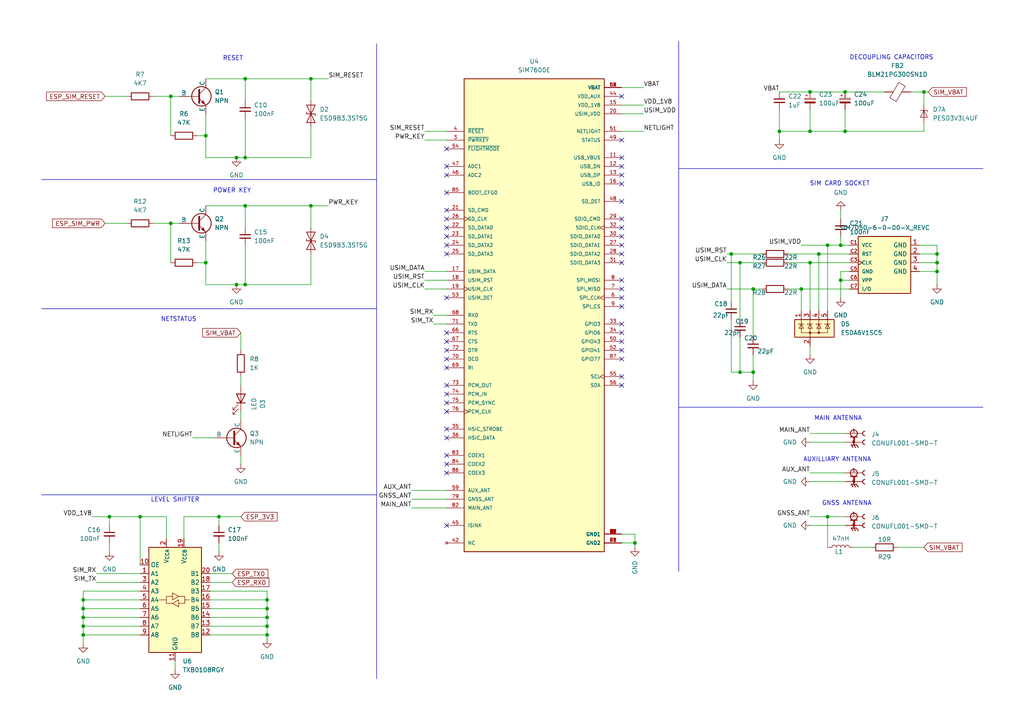
<source format=kicad_sch>
(kicad_sch (version 20250114) (generator "eeschema") (generator_version "9.0")
  (paper "A4")
  (lib_symbols
    (symbol "CONUFL001-SMD-T:CONUFL001-SMD-T" (pin_names (offset 1.016))
      (property "Reference" "J" (at -3.81 4.064 0))
      (property "Value" "CONUFL001-SMD-T" (at -4.064 -4.318 0))
      (symbol "CONUFL001-SMD-T_0_0"
        (pin passive line (at 2.54 2.54 180) (length 5.08) (name "~") (number "1"))
        (pin passive line (at 2.54 0 180) (length 5.08) (name "~") (number "2"))
        (pin passive line (at 2.54 0 180) (length 5.08) (name "~") (number "3"))
      )
    )
    (symbol "Device:C_Polarized_Small" (pin_numbers (hide yes)) (pin_names (offset 0.254) (hide yes))
      (property "Reference" "C" (at 0.254 1.778 0))
      (property "Value" "C_Polarized_Small" (at 0.254 -2.032 0))
      (symbol "C_Polarized_Small_1_1"
        (pin passive line (at 0 2.54 270) (length 1.8542) (name "~") (number "1"))
        (pin passive line (at 0 -2.54 90) (length 1.8542) (name "~") (number "2"))
      )
    )
    (symbol "Device:C_Small" (pin_numbers (hide yes)) (pin_names (offset 0.254) (hide yes))
      (property "Reference" "C" (at 0.254 1.778 0))
      (property "Value" "C_Small" (at 0.254 -2.032 0))
      (symbol "C_Small_1_1"
        (pin passive line (at 0 2.54 270) (length 2.032) (name "~") (number "1"))
        (pin passive line (at 0 -2.54 90) (length 2.032) (name "~") (number "2"))
      )
    )
    (symbol "Device:FerriteBead" (pin_numbers (hide yes)) (pin_names (offset 0))
      (property "Reference" "FB" (at -3.81 0.635 90))
      (property "Value" "FerriteBead" (at 3.81 0 90))
      (symbol "FerriteBead_1_1"
        (pin passive line (at 0 3.81 270) (length 2.54) (name "~") (number "1"))
        (pin passive line (at 0 -3.81 90) (length 2.54) (name "~") (number "2"))
      )
    )
    (symbol "Device:L" (pin_numbers (hide yes)) (pin_names (offset 1.016) (hide yes))
      (property "Reference" "L" (at -1.27 0 90))
      (property "Value" "L" (at 1.905 0 90))
      (symbol "L_1_1"
        (pin passive line (at 0 3.81 270) (length 1.27) (name "1") (number "1"))
        (pin passive line (at 0 -3.81 90) (length 1.27) (name "2") (number "2"))
      )
    )
    (symbol "Device:LED" (pin_numbers (hide yes)) (pin_names (offset 1.016) (hide yes))
      (property "Reference" "D" (at 0 2.54 0))
      (property "Value" "LED" (at 0 -2.54 0))
      (symbol "LED_1_1"
        (pin passive line (at -3.81 0 0) (length 2.54) (name "K") (number "1"))
        (pin passive line (at 3.81 0 180) (length 2.54) (name "A") (number "2"))
      )
    )
    (symbol "Device:R" (pin_numbers (hide yes)) (pin_names (offset 0))
      (property "Reference" "R" (at 2.032 0 90))
      (property "Value" "R" (at 0 0 90))
      (symbol "R_1_1"
        (pin passive line (at 0 3.81 270) (length 1.27) (name "~") (number "1"))
        (pin passive line (at 0 -3.81 90) (length 1.27) (name "~") (number "2"))
      )
    )
    (symbol "Diode:ESD9B3.3ST5G" (pin_numbers (hide yes)) (pin_names (offset 1.016) (hide yes))
      (property "Reference" "D" (at 0 2.54 0))
      (property "Value" "ESD9B3.3ST5G" (at 0 -2.54 0))
      (symbol "ESD9B3.3ST5G_1_1"
        (pin passive line (at -3.81 0 0) (length 2.54) (name "A1") (number "1"))
        (pin passive line (at 3.81 0 180) (length 2.54) (name "A2") (number "2"))
      )
    )
    (symbol "Logic_LevelTranslator:TXB0108RGY"
      (property "Reference" "U" (at -6.35 16.51 0))
      (property "Value" "TXB0108RGY" (at 3.81 16.51 0))
      (symbol "TXB0108RGY_1_1"
        (pin input line (at -10.16 10.16 0) (length 2.54) (name "OE") (number "10"))
        (pin bidirectional line (at -10.16 7.62 0) (length 2.54) (name "A1") (number "1"))
        (pin bidirectional line (at -10.16 5.08 0) (length 2.54) (name "A2") (number "3"))
        (pin bidirectional line (at -10.16 2.54 0) (length 2.54) (name "A3") (number "4"))
        (pin bidirectional line (at -10.16 0 0) (length 2.54) (name "A4") (number "5"))
        (pin bidirectional line (at -10.16 -2.54 0) (length 2.54) (name "A5") (number "6"))
        (pin bidirectional line (at -10.16 -5.08 0) (length 2.54) (name "A6") (number "7"))
        (pin bidirectional line (at -10.16 -7.62 0) (length 2.54) (name "A7") (number "8"))
        (pin bidirectional line (at -10.16 -10.16 0) (length 2.54) (name "A8") (number "9"))
        (pin power_in line (at -2.54 17.78 270) (length 2.54) (name "V_{CCA}") (number "2"))
        (pin power_in line (at 0 -17.78 90) (length 2.54) (name "GND") (number "11"))
        (pin passive line (at 0 -17.78 90) (length 2.54) (hide yes) (name "GND") (number "21"))
        (pin power_in line (at 2.54 17.78 270) (length 2.54) (name "V_{CCB}") (number "19"))
        (pin bidirectional line (at 10.16 7.62 180) (length 2.54) (name "B1") (number "20"))
        (pin bidirectional line (at 10.16 5.08 180) (length 2.54) (name "B2") (number "18"))
        (pin bidirectional line (at 10.16 2.54 180) (length 2.54) (name "B3") (number "17"))
        (pin bidirectional line (at 10.16 0 180) (length 2.54) (name "B4") (number "16"))
        (pin bidirectional line (at 10.16 -2.54 180) (length 2.54) (name "B5") (number "15"))
        (pin bidirectional line (at 10.16 -5.08 180) (length 2.54) (name "B6") (number "14"))
        (pin bidirectional line (at 10.16 -7.62 180) (length 2.54) (name "B7") (number "13"))
        (pin bidirectional line (at 10.16 -10.16 180) (length 2.54) (name "B8") (number "12"))
      )
    )
    (symbol "Power_Protection:ESDA6V1SC5" (pin_names (hide yes))
      (property "Reference" "D" (at 7.62 2.54 0))
      (property "Value" "ESDA6V1SC5" (at 7.62 0.635 0))
      (symbol "ESDA6V1SC5_0_0"
        (pin passive line (at 0 -5.08 90) (length 2.54) (name "A") (number "2"))
      )
      (symbol "ESDA6V1SC5_1_1"
        (pin passive line (at -2.54 5.08 270) (length 2.54) (name "K") (number "1"))
        (pin passive line (at 0 5.08 270) (length 2.54) (name "K") (number "3"))
        (pin passive line (at 2.54 5.08 270) (length 2.54) (name "K") (number "4"))
        (pin passive line (at 5.08 5.08 270) (length 2.54) (name "K") (number "5"))
      )
    )
    (symbol "Power_Protection:PESD3V3L4UF" (pin_numbers (hide yes)) (pin_names (hide yes))
      (property "Reference" "D" (at 0 2.54 0))
      (property "Value" "PESD3V3L4UF" (at 0 -2.54 0))
      (symbol "PESD3V3L4UF_1_1"
        (pin passive line (at -2.54 0 0) (length 2.54) (name "K1") (number "1"))
        (pin passive line (at 2.54 0 180) (length 2.54) (name "A") (number "2"))
        (pin passive line (at 2.54 0 180) (length 2.54) (hide yes) (name "A") (number "5"))
      )
      (symbol "PESD3V3L4UF_2_1"
        (pin passive line (at -2.54 0 0) (length 2.54) (name "K2") (number "3"))
      )
      (symbol "PESD3V3L4UF_3_1"
        (pin passive line (at -2.54 0 0) (length 2.54) (name "K3") (number "4"))
      )
      (symbol "PESD3V3L4UF_4_1"
        (pin passive line (at -2.54 0 0) (length 2.54) (name "K4") (number "6"))
      )
    )
    (symbol "SIM7050:SIM7050-6-0-00-X_REVC" (pin_names (offset 1.016))
      (property "Reference" "J7" (at 0 10.16 0))
      (property "Value" "SIM7050-6-0-00-X_REVC" (at 0 7.62 0))
      (symbol "SIM7050-6-0-00-X_REVC_0_0"
        (pin power_in line (at -10.16 2.54 0) (length 2.54) (name "VCC") (number "C1"))
        (pin input line (at -10.16 0 0) (length 2.54) (name "RST") (number "C2"))
        (pin bidirectional clock (at -10.16 -2.54 0) (length 2.54) (name "CLK") (number "C3"))
        (pin power_in line (at -10.16 -5.08 0) (length 2.54) (name "GND") (number "C5"))
        (pin power_in line (at -10.16 -7.62 0) (length 2.54) (name "VPP") (number "C6"))
        (pin bidirectional line (at -10.16 -10.16 0) (length 2.54) (name "I/O") (number "C7"))
      )
      (symbol "SIM7050-6-0-00-X_REVC_1_1"
        (pin input line (at 10.16 2.54 180) (length 2.54) (name "GND") (number "1"))
        (pin input line (at 10.16 0 180) (length 2.54) (name "GND") (number "2"))
        (pin input line (at 10.16 -2.54 180) (length 2.54) (name "GND") (number "3"))
        (pin input line (at 10.16 -5.08 180) (length 2.54) (name "GND") (number "4"))
      )
    )
    (symbol "SIM7600E:SIM7600E" (pin_names (offset 1.016))
      (property "Reference" "U" (at -20.32 69.342 0))
      (property "Value" "SIM7600E" (at -20.32 -71.12 0))
      (symbol "SIM7600E_0_0"
        (pin input line (at -25.4 53.34 0) (length 5.08) (name "~{RESET}") (number "4"))
        (pin input line (at -25.4 50.8 0) (length 5.08) (name "~{PWRKEY}") (number "3"))
        (pin input line (at -25.4 48.26 0) (length 5.08) (name "~{FLIGHTMODE}") (number "54"))
        (pin input line (at -25.4 43.18 0) (length 5.08) (name "ADC1") (number "47"))
        (pin input line (at -25.4 40.64 0) (length 5.08) (name "ADC2") (number "46"))
        (pin input line (at -25.4 35.56 0) (length 5.08) (name "BOOT_CFG0") (number "85"))
        (pin output line (at -25.4 30.48 0) (length 5.08) (name "SD_CMD") (number "21"))
        (pin output clock (at -25.4 27.94 0) (length 5.08) (name "SD_CLK") (number "26"))
        (pin bidirectional line (at -25.4 25.4 0) (length 5.08) (name "SD_DATA0") (number "22"))
        (pin bidirectional line (at -25.4 22.86 0) (length 5.08) (name "SD_DATA1") (number "23"))
        (pin bidirectional line (at -25.4 20.32 0) (length 5.08) (name "SD_DATA2") (number "24"))
        (pin bidirectional line (at -25.4 17.78 0) (length 5.08) (name "SD_DATA3") (number "25"))
        (pin bidirectional line (at -25.4 12.7 0) (length 5.08) (name "USIM_DATA") (number "17"))
        (pin output line (at -25.4 10.16 0) (length 5.08) (name "USIM_RST") (number "18"))
        (pin output clock (at -25.4 7.62 0) (length 5.08) (name "USIM_CLK") (number "19"))
        (pin bidirectional line (at -25.4 5.08 0) (length 5.08) (name "USIM_DET") (number "53"))
        (pin input line (at -25.4 0 0) (length 5.08) (name "RXD") (number "68"))
        (pin output line (at -25.4 -2.54 0) (length 5.08) (name "TXD") (number "71"))
        (pin output line (at -25.4 -5.08 0) (length 5.08) (name "RTS") (number "66"))
        (pin input line (at -25.4 -7.62 0) (length 5.08) (name "CTS") (number "67"))
        (pin input line (at -25.4 -10.16 0) (length 5.08) (name "DTR") (number "72"))
        (pin output line (at -25.4 -12.7 0) (length 5.08) (name "DCD") (number "70"))
        (pin output line (at -25.4 -15.24 0) (length 5.08) (name "RI") (number "69"))
        (pin output line (at -25.4 -20.32 0) (length 5.08) (name "PCM_OUT") (number "73"))
        (pin input line (at -25.4 -22.86 0) (length 5.08) (name "PCM_IN") (number "74"))
        (pin output line (at -25.4 -25.4 0) (length 5.08) (name "PCM_SYNC") (number "75"))
        (pin output clock (at -25.4 -27.94 0) (length 5.08) (name "PCM_CLK") (number "76"))
        (pin output line (at -25.4 -33.02 0) (length 5.08) (name "HSIC_STROBE") (number "35"))
        (pin bidirectional line (at -25.4 -35.56 0) (length 5.08) (name "HSIC_DATA") (number "36"))
        (pin bidirectional line (at -25.4 -40.64 0) (length 5.08) (name "COEX1") (number "83"))
        (pin bidirectional line (at -25.4 -43.18 0) (length 5.08) (name "COEX2") (number "84"))
        (pin bidirectional line (at -25.4 -45.72 0) (length 5.08) (name "COEX3") (number "86"))
        (pin input line (at -25.4 -50.8 0) (length 5.08) (name "AUX_ANT") (number "59"))
        (pin input line (at -25.4 -53.34 0) (length 5.08) (name "GNSS_ANT") (number "79"))
        (pin bidirectional line (at -25.4 -55.88 0) (length 5.08) (name "MAIN_ANT") (number "82"))
        (pin input line (at -25.4 -60.96 0) (length 5.08) (name "ISINK") (number "45"))
        (pin no_connect line (at -25.4 -66.04 0) (length 5.08) (name "NC") (number "42"))
        (pin power_in line (at 25.4 66.04 180) (length 5.08) (name "VBAT") (number "38"))
        (pin power_in line (at 25.4 66.04 180) (length 5.08) (name "VBAT") (number "39"))
        (pin power_in line (at 25.4 66.04 180) (length 5.08) (name "VBAT") (number "62"))
        (pin power_in line (at 25.4 66.04 180) (length 5.08) (name "VBAT") (number "63"))
        (pin power_in line (at 25.4 63.5 180) (length 5.08) (name "VDD_AUX") (number "44"))
        (pin power_in line (at 25.4 60.96 180) (length 5.08) (name "VDD_1V8") (number "15"))
        (pin power_in line (at 25.4 58.42 180) (length 5.08) (name "USIM_VDD") (number "20"))
        (pin output line (at 25.4 53.34 180) (length 5.08) (name "NETLIGHT") (number "51"))
        (pin output line (at 25.4 50.8 180) (length 5.08) (name "STATUS") (number "49"))
        (pin input line (at 25.4 45.72 180) (length 5.08) (name "USB_VBUS") (number "11"))
        (pin bidirectional line (at 25.4 43.18 180) (length 5.08) (name "USB_DN") (number "12"))
        (pin bidirectional line (at 25.4 40.64 180) (length 5.08) (name "USB_DP") (number "13"))
        (pin input line (at 25.4 38.1 180) (length 5.08) (name "USB_ID") (number "16"))
        (pin bidirectional line (at 25.4 33.02 180) (length 5.08) (name "SD_DET") (number "48"))
        (pin output line (at 25.4 27.94 180) (length 5.08) (name "SDIO_CMD") (number "29"))
        (pin output clock (at 25.4 25.4 180) (length 5.08) (name "SDIO_CLK") (number "32"))
        (pin bidirectional line (at 25.4 22.86 180) (length 5.08) (name "SDIO_DATA0") (number "30"))
        (pin bidirectional line (at 25.4 20.32 180) (length 5.08) (name "SDIO_DATA1") (number "27"))
        (pin bidirectional line (at 25.4 17.78 180) (length 5.08) (name "SDIO_DATA2") (number "28"))
        (pin bidirectional line (at 25.4 15.24 180) (length 5.08) (name "SDIO_DATA3") (number "31"))
        (pin output line (at 25.4 10.16 180) (length 5.08) (name "SPI_MOSI") (number "8"))
        (pin input line (at 25.4 7.62 180) (length 5.08) (name "SPI_MISO") (number "7"))
        (pin output clock (at 25.4 5.08 180) (length 5.08) (name "SPI_CLK") (number "6"))
        (pin output line (at 25.4 2.54 180) (length 5.08) (name "SPI_CS") (number "9"))
        (pin bidirectional line (at 25.4 -2.54 180) (length 5.08) (name "GPIO3") (number "33"))
        (pin bidirectional line (at 25.4 -5.08 180) (length 5.08) (name "GPIO6") (number "34"))
        (pin bidirectional line (at 25.4 -7.62 180) (length 5.08) (name "GPIO43") (number "50"))
        (pin bidirectional line (at 25.4 -10.16 180) (length 5.08) (name "GPIO41") (number "52"))
        (pin bidirectional line (at 25.4 -12.7 180) (length 5.08) (name "GPIO77") (number "87"))
        (pin output clock (at 25.4 -17.78 180) (length 5.08) (name "SCL") (number "55"))
        (pin bidirectional line (at 25.4 -20.32 180) (length 5.08) (name "SDA") (number "56"))
        (pin power_in line (at 25.4 -63.5 180) (length 5.08) (name "GND1") (number "1"))
        (pin power_in line (at 25.4 -63.5 180) (length 5.08) (name "GND1") (number "10"))
        (pin power_in line (at 25.4 -63.5 180) (length 5.08) (name "GND1") (number "14"))
        (pin power_in line (at 25.4 -63.5 180) (length 5.08) (name "GND1") (number "2"))
        (pin power_in line (at 25.4 -63.5 180) (length 5.08) (name "GND1") (number "37"))
        (pin power_in line (at 25.4 -63.5 180) (length 5.08) (name "GND1") (number "40"))
        (pin power_in line (at 25.4 -63.5 180) (length 5.08) (name "GND1") (number "41"))
        (pin power_in line (at 25.4 -63.5 180) (length 5.08) (name "GND1") (number "43"))
        (pin power_in line (at 25.4 -63.5 180) (length 5.08) (name "GND1") (number "5"))
        (pin power_in line (at 25.4 -63.5 180) (length 5.08) (name "GND1") (number "57"))
        (pin power_in line (at 25.4 -63.5 180) (length 5.08) (name "GND1") (number "58"))
        (pin power_in line (at 25.4 -63.5 180) (length 5.08) (name "GND1") (number "60"))
        (pin power_in line (at 25.4 -63.5 180) (length 5.08) (name "GND1") (number "61"))
        (pin power_in line (at 25.4 -63.5 180) (length 5.08) (name "GND1") (number "64"))
        (pin power_in line (at 25.4 -63.5 180) (length 5.08) (name "GND1") (number "65"))
        (pin power_in line (at 25.4 -66.04 180) (length 5.08) (name "GND2") (number "77"))
        (pin power_in line (at 25.4 -66.04 180) (length 5.08) (name "GND2") (number "78"))
        (pin power_in line (at 25.4 -66.04 180) (length 5.08) (name "GND2") (number "80"))
        (pin power_in line (at 25.4 -66.04 180) (length 5.08) (name "GND2") (number "81"))
      )
    )
    (symbol "Simulation_SPICE:NPN" (pin_numbers (hide yes)) (pin_names (offset 0))
      (property "Reference" "Q" (at -2.54 7.62 0))
      (property "Value" "NPN" (at -2.54 5.08 0))
      (symbol "NPN_1_1"
        (pin input line (at -5.08 0 0) (length 2.54) (name "B") (number "2"))
        (pin open_collector line (at 2.54 5.08 270) (length 2.54) (name "C") (number "1"))
        (pin open_emitter line (at 2.54 -5.08 90) (length 2.54) (name "E") (number "3"))
      )
    )
    (symbol "power:GND" (power) (pin_numbers (hide yes)) (pin_names (offset 0) (hide yes))
      (property "Value" "GND" (at 0 -3.81 0))
      (symbol "GND_1_1"
        (pin power_in line (at 0 0 270) (length 0) (name "~") (number "1"))
      )
    )
  )
  (text "RESET" (at 67.564 17.018 0) (effects (font (size 1.27 1.27))))
  (text "SIM CARD SOCKET" (at 243.586 53.34 0) (effects (font (size 1.27 1.27))))
  (text "AUXILLIARY ANTENNA\n" (at 242.824 133.35 0) (effects (font (size 1.27 1.27))))
  (text "POWER KEY" (at 67.31 55.372 0) (effects (font (size 1.27 1.27))))
  (text "LEVEL SHIFTER" (at 50.8 145.034 0) (effects (font (size 1.27 1.27))))
  (text "NETSTATUS" (at 51.816 92.71 0) (effects (font (size 1.27 1.27))))
  (text "MAIN ANTENNA" (at 243.078 121.412 0) (effects (font (size 1.27 1.27))))
  (text "GNSS ANTENNA" (at 245.618 146.05 0) (effects (font (size 1.27 1.27))))
  (text "DECOUPLING CAPACITORS" (at 258.572 16.764 0) (effects (font (size 1.27 1.27))))
  (junction (at 77.47 179.07))
  (junction (at 234.95 38.1))
  (junction (at 71.12 45.72))
  (junction (at 24.13 176.53))
  (junction (at 90.17 59.69))
  (junction (at 245.11 38.1))
  (junction (at 218.44 107.95))
  (junction (at 68.58 45.72))
  (junction (at 24.13 184.15))
  (junction (at 31.75 149.86))
  (junction (at 71.12 22.86))
  (junction (at 71.12 59.69))
  (junction (at 40.64 149.86))
  (junction (at 240.03 71.12))
  (junction (at 77.47 181.61))
  (junction (at 234.95 76.2))
  (junction (at 237.49 73.66))
  (junction (at 63.5 149.86))
  (junction (at 77.47 173.99))
  (junction (at 240.03 149.86))
  (junction (at 24.13 181.61))
  (junction (at 77.47 184.15))
  (junction (at 214.63 107.95))
  (junction (at 271.78 76.2))
  (junction (at 212.09 73.66))
  (junction (at 243.84 81.28))
  (junction (at 271.78 73.66))
  (junction (at 232.41 83.82))
  (junction (at 49.53 64.77))
  (junction (at 71.12 82.55))
  (junction (at 49.53 27.94))
  (junction (at 24.13 173.99))
  (junction (at 234.95 26.67))
  (junction (at 184.15 157.48))
  (junction (at 226.06 38.1))
  (junction (at 245.11 26.67))
  (junction (at 24.13 179.07))
  (junction (at 218.44 83.82))
  (junction (at 59.69 39.37))
  (junction (at 68.58 82.55))
  (junction (at 267.97 26.67))
  (junction (at 214.63 76.2))
  (junction (at 243.84 71.12))
  (junction (at 59.69 76.2))
  (junction (at 90.17 22.86))
  (junction (at 77.47 176.53))
  (junction (at 271.78 78.74))
  (no_connect (at 129.54 116.84))
  (no_connect (at 180.34 101.6))
  (no_connect (at 180.34 71.12))
  (no_connect (at 129.54 43.18))
  (no_connect (at 180.34 73.66))
  (no_connect (at 129.54 99.06))
  (no_connect (at 129.54 55.88))
  (no_connect (at 180.34 86.36))
  (no_connect (at 129.54 106.68))
  (no_connect (at 129.54 111.76))
  (no_connect (at 180.34 63.5))
  (no_connect (at 129.54 101.6))
  (no_connect (at 180.34 96.52))
  (no_connect (at 129.54 48.26))
  (no_connect (at 129.54 132.08))
  (no_connect (at 129.54 63.5))
  (no_connect (at 129.54 134.62))
  (no_connect (at 180.34 68.58))
  (no_connect (at 129.54 86.36))
  (no_connect (at 180.34 88.9))
  (no_connect (at 180.34 50.8))
  (no_connect (at 180.34 53.34))
  (no_connect (at 129.54 124.46))
  (no_connect (at 180.34 83.82))
  (no_connect (at 180.34 48.26))
  (no_connect (at 180.34 93.98))
  (no_connect (at 180.34 81.28))
  (no_connect (at 180.34 76.2))
  (no_connect (at 129.54 137.16))
  (no_connect (at 129.54 119.38))
  (no_connect (at 129.54 66.04))
  (no_connect (at 129.54 68.58))
  (no_connect (at 129.54 152.4))
  (no_connect (at 180.34 111.76))
  (no_connect (at 180.34 27.94))
  (no_connect (at 180.34 45.72))
  (no_connect (at 129.54 50.8))
  (no_connect (at 129.54 60.96))
  (no_connect (at 129.54 96.52))
  (no_connect (at 180.34 99.06))
  (no_connect (at 129.54 127))
  (no_connect (at 129.54 71.12))
  (no_connect (at 180.34 109.22))
  (no_connect (at 180.34 58.42))
  (no_connect (at 180.34 40.64))
  (no_connect (at 129.54 104.14))
  (no_connect (at 180.34 66.04))
  (no_connect (at 129.54 114.3))
  (no_connect (at 180.34 104.14))
  (no_connect (at 129.54 73.66))
  (wire (pts (xy 24.13 171.45) (xy 24.13 173.99)))
  (wire (pts (xy 234.95 76.2) (xy 246.38 76.2)))
  (wire (pts (xy 240.03 71.12) (xy 240.03 90.17)))
  (wire (pts (xy 69.85 119.38) (xy 69.85 121.92)))
  (wire (pts (xy 264.16 26.67) (xy 267.97 26.67)))
  (wire (pts (xy 77.47 171.45) (xy 77.47 173.99)))
  (wire (pts (xy 234.95 152.4) (xy 245.11 152.4)))
  (polyline (pts (xy 196.85 118.11) (xy 285.115 118.11)))
  (wire (pts (xy 49.53 27.94) (xy 52.07 27.94)))
  (wire (pts (xy 228.6 73.66) (xy 237.49 73.66)))
  (wire (pts (xy 271.78 73.66) (xy 271.78 76.2)))
  (wire (pts (xy 237.49 73.66) (xy 237.49 90.17)))
  (wire (pts (xy 59.69 82.55) (xy 68.58 82.55)))
  (wire (pts (xy 267.97 26.67) (xy 267.97 30.48)))
  (wire (pts (xy 260.35 158.75) (xy 267.97 158.75)))
  (wire (pts (xy 90.17 22.86) (xy 90.17 29.21)))
  (wire (pts (xy 71.12 59.69) (xy 71.12 66.04)))
  (wire (pts (xy 71.12 22.86) (xy 71.12 29.21)))
  (wire (pts (xy 234.95 31.75) (xy 234.95 38.1)))
  (wire (pts (xy 60.96 168.91) (xy 67.31 168.91)))
  (wire (pts (xy 59.69 22.86) (xy 71.12 22.86)))
  (wire (pts (xy 271.78 78.74) (xy 271.78 82.55)))
  (wire (pts (xy 180.34 33.02) (xy 186.69 33.02)))
  (wire (pts (xy 184.15 154.94) (xy 184.15 157.48)))
  (wire (pts (xy 240.03 71.12) (xy 243.84 71.12)))
  (wire (pts (xy 243.84 81.28) (xy 246.38 81.28)))
  (wire (pts (xy 60.96 179.07) (xy 77.47 179.07)))
  (wire (pts (xy 119.38 142.24) (xy 129.54 142.24)))
  (wire (pts (xy 24.13 171.45) (xy 40.64 171.45)))
  (wire (pts (xy 24.13 173.99) (xy 40.64 173.99)))
  (polyline (pts (xy 12.065 52.07) (xy 109.22 52.07)))
  (wire (pts (xy 24.13 184.15) (xy 24.13 186.69)))
  (wire (pts (xy 266.7 78.74) (xy 271.78 78.74)))
  (wire (pts (xy 24.13 179.07) (xy 24.13 181.61)))
  (wire (pts (xy 44.45 27.94) (xy 49.53 27.94)))
  (wire (pts (xy 50.8 191.77) (xy 50.8 194.31)))
  (wire (pts (xy 210.82 76.2) (xy 214.63 76.2)))
  (wire (pts (xy 71.12 22.86) (xy 90.17 22.86)))
  (wire (pts (xy 214.63 76.2) (xy 220.98 76.2)))
  (wire (pts (xy 59.69 59.69) (xy 71.12 59.69)))
  (wire (pts (xy 234.95 137.16) (xy 245.11 137.16)))
  (wire (pts (xy 214.63 97.79) (xy 214.63 107.95)))
  (wire (pts (xy 266.7 71.12) (xy 271.78 71.12)))
  (wire (pts (xy 214.63 76.2) (xy 214.63 92.71)))
  (wire (pts (xy 232.41 83.82) (xy 246.38 83.82)))
  (wire (pts (xy 77.47 179.07) (xy 77.47 181.61)))
  (wire (pts (xy 59.69 45.72) (xy 68.58 45.72)))
  (wire (pts (xy 180.34 154.94) (xy 184.15 154.94)))
  (wire (pts (xy 240.03 149.86) (xy 245.11 149.86)))
  (wire (pts (xy 123.19 38.1) (xy 129.54 38.1)))
  (wire (pts (xy 77.47 176.53) (xy 77.47 179.07)))
  (wire (pts (xy 24.13 181.61) (xy 24.13 184.15)))
  (wire (pts (xy 57.15 39.37) (xy 59.69 39.37)))
  (wire (pts (xy 234.95 139.7) (xy 245.11 139.7)))
  (polyline (pts (xy 196.85 48.895) (xy 285.115 48.895)))
  (wire (pts (xy 60.96 173.99) (xy 77.47 173.99)))
  (wire (pts (xy 30.48 27.94) (xy 36.83 27.94)))
  (wire (pts (xy 119.38 144.78) (xy 129.54 144.78)))
  (wire (pts (xy 24.13 173.99) (xy 24.13 176.53)))
  (wire (pts (xy 48.26 149.86) (xy 48.26 156.21)))
  (wire (pts (xy 180.34 30.48) (xy 186.69 30.48)))
  (wire (pts (xy 49.53 27.94) (xy 49.53 39.37)))
  (wire (pts (xy 237.49 73.66) (xy 246.38 73.66)))
  (wire (pts (xy 266.7 73.66) (xy 271.78 73.66)))
  (wire (pts (xy 69.85 96.52) (xy 69.85 101.6)))
  (wire (pts (xy 218.44 102.87) (xy 218.44 107.95)))
  (wire (pts (xy 271.78 76.2) (xy 271.78 78.74)))
  (wire (pts (xy 40.64 149.86) (xy 40.64 163.83)))
  (wire (pts (xy 247.65 158.75) (xy 252.73 158.75)))
  (wire (pts (xy 24.13 179.07) (xy 40.64 179.07)))
  (wire (pts (xy 228.6 76.2) (xy 234.95 76.2)))
  (wire (pts (xy 218.44 83.82) (xy 218.44 97.79)))
  (wire (pts (xy 125.73 93.98) (xy 129.54 93.98)))
  (wire (pts (xy 40.64 149.86) (xy 48.26 149.86)))
  (wire (pts (xy 55.88 127) (xy 62.23 127)))
  (wire (pts (xy 90.17 45.72) (xy 71.12 45.72)))
  (wire (pts (xy 226.06 38.1) (xy 226.06 40.64)))
  (wire (pts (xy 212.09 107.95) (xy 214.63 107.95)))
  (polyline (pts (xy 12.065 143.51) (xy 109.22 143.51)))
  (wire (pts (xy 234.95 38.1) (xy 226.06 38.1)))
  (wire (pts (xy 59.69 76.2) (xy 59.69 82.55)))
  (wire (pts (xy 184.15 157.48) (xy 184.15 158.75)))
  (wire (pts (xy 44.45 64.77) (xy 49.53 64.77)))
  (wire (pts (xy 49.53 64.77) (xy 49.53 76.2)))
  (wire (pts (xy 214.63 107.95) (xy 218.44 107.95)))
  (wire (pts (xy 243.84 60.96) (xy 243.84 63.5)))
  (wire (pts (xy 90.17 59.69) (xy 90.17 66.04)))
  (wire (pts (xy 60.96 166.37) (xy 67.31 166.37)))
  (wire (pts (xy 123.19 81.28) (xy 129.54 81.28)))
  (wire (pts (xy 31.75 149.86) (xy 31.75 152.4)))
  (wire (pts (xy 59.69 33.02) (xy 59.69 39.37)))
  (wire (pts (xy 212.09 73.66) (xy 220.98 73.66)))
  (wire (pts (xy 30.48 64.77) (xy 36.83 64.77)))
  (wire (pts (xy 63.5 157.48) (xy 63.5 160.02)))
  (wire (pts (xy 90.17 36.83) (xy 90.17 45.72)))
  (wire (pts (xy 212.09 73.66) (xy 212.09 87.63)))
  (wire (pts (xy 90.17 59.69) (xy 95.25 59.69)))
  (wire (pts (xy 210.82 73.66) (xy 212.09 73.66)))
  (wire (pts (xy 90.17 73.66) (xy 90.17 82.55)))
  (wire (pts (xy 234.95 149.86) (xy 240.03 149.86)))
  (wire (pts (xy 123.19 40.64) (xy 129.54 40.64)))
  (wire (pts (xy 71.12 71.12) (xy 71.12 82.55)))
  (wire (pts (xy 71.12 82.55) (xy 68.58 82.55)))
  (polyline (pts (xy 12.065 89.535) (xy 109.22 89.535)))
  (wire (pts (xy 63.5 149.86) (xy 53.34 149.86)))
  (wire (pts (xy 63.5 149.86) (xy 63.5 152.4)))
  (wire (pts (xy 232.41 71.12) (xy 240.03 71.12)))
  (wire (pts (xy 71.12 45.72) (xy 68.58 45.72)))
  (polyline (pts (xy 196.85 12.065) (xy 196.85 165.735)))
  (wire (pts (xy 218.44 83.82) (xy 220.98 83.82)))
  (wire (pts (xy 267.97 26.67) (xy 269.24 26.67)))
  (wire (pts (xy 180.34 25.4) (xy 186.69 25.4)))
  (wire (pts (xy 226.06 31.75) (xy 226.06 38.1)))
  (wire (pts (xy 69.85 109.22) (xy 69.85 111.76)))
  (wire (pts (xy 243.84 78.74) (xy 243.84 81.28)))
  (wire (pts (xy 57.15 76.2) (xy 59.69 76.2)))
  (wire (pts (xy 24.13 184.15) (xy 40.64 184.15)))
  (wire (pts (xy 59.69 39.37) (xy 59.69 45.72)))
  (wire (pts (xy 24.13 176.53) (xy 40.64 176.53)))
  (wire (pts (xy 180.34 38.1) (xy 186.69 38.1)))
  (wire (pts (xy 234.95 26.67) (xy 245.11 26.67)))
  (wire (pts (xy 24.13 181.61) (xy 40.64 181.61)))
  (wire (pts (xy 60.96 171.45) (xy 77.47 171.45)))
  (wire (pts (xy 71.12 59.69) (xy 90.17 59.69)))
  (wire (pts (xy 119.38 147.32) (xy 129.54 147.32)))
  (wire (pts (xy 60.96 184.15) (xy 77.47 184.15)))
  (wire (pts (xy 228.6 83.82) (xy 232.41 83.82)))
  (wire (pts (xy 77.47 181.61) (xy 77.47 184.15)))
  (wire (pts (xy 234.95 128.27) (xy 245.11 128.27)))
  (wire (pts (xy 90.17 22.86) (xy 95.25 22.86)))
  (wire (pts (xy 31.75 149.86) (xy 40.64 149.86)))
  (wire (pts (xy 123.19 78.74) (xy 129.54 78.74)))
  (wire (pts (xy 243.84 68.58) (xy 243.84 71.12)))
  (wire (pts (xy 232.41 83.82) (xy 232.41 90.17)))
  (wire (pts (xy 180.34 157.48) (xy 184.15 157.48)))
  (wire (pts (xy 245.11 38.1) (xy 267.97 38.1)))
  (wire (pts (xy 123.19 83.82) (xy 129.54 83.82)))
  (wire (pts (xy 245.11 38.1) (xy 234.95 38.1)))
  (wire (pts (xy 234.95 100.33) (xy 234.95 102.87)))
  (wire (pts (xy 240.03 149.86) (xy 240.03 158.75)))
  (wire (pts (xy 26.67 149.86) (xy 31.75 149.86)))
  (wire (pts (xy 27.94 168.91) (xy 40.64 168.91)))
  (wire (pts (xy 234.95 76.2) (xy 234.95 90.17)))
  (wire (pts (xy 234.95 125.73) (xy 245.11 125.73)))
  (wire (pts (xy 226.06 26.67) (xy 234.95 26.67)))
  (polyline (pts (xy 109.22 12.7) (xy 109.22 196.85)))
  (wire (pts (xy 49.53 64.77) (xy 52.07 64.77)))
  (wire (pts (xy 125.73 91.44) (xy 129.54 91.44)))
  (wire (pts (xy 77.47 173.99) (xy 77.47 176.53)))
  (wire (pts (xy 246.38 78.74) (xy 243.84 78.74)))
  (wire (pts (xy 245.11 26.67) (xy 256.54 26.67)))
  (wire (pts (xy 267.97 35.56) (xy 267.97 38.1)))
  (wire (pts (xy 245.11 31.75) (xy 245.11 38.1)))
  (wire (pts (xy 31.75 157.48) (xy 31.75 160.02)))
  (wire (pts (xy 53.34 149.86) (xy 53.34 156.21)))
  (wire (pts (xy 266.7 76.2) (xy 271.78 76.2)))
  (wire (pts (xy 27.94 166.37) (xy 40.64 166.37)))
  (wire (pts (xy 69.85 132.08) (xy 69.85 134.62)))
  (wire (pts (xy 243.84 81.28) (xy 243.84 86.36)))
  (wire (pts (xy 243.84 71.12) (xy 246.38 71.12)))
  (wire (pts (xy 69.85 149.86) (xy 63.5 149.86)))
  (wire (pts (xy 271.78 71.12) (xy 271.78 73.66)))
  (wire (pts (xy 90.17 82.55) (xy 71.12 82.55)))
  (wire (pts (xy 71.12 34.29) (xy 71.12 45.72)))
  (wire (pts (xy 24.13 176.53) (xy 24.13 179.07)))
  (wire (pts (xy 218.44 107.95) (xy 218.44 110.49)))
  (wire (pts (xy 77.47 184.15) (xy 77.47 185.42)))
  (wire (pts (xy 59.69 69.85) (xy 59.69 76.2)))
  (wire (pts (xy 60.96 176.53) (xy 77.47 176.53)))
  (wire (pts (xy 212.09 92.71) (xy 212.09 107.95)))
  (wire (pts (xy 210.82 83.82) (xy 218.44 83.82)))
  (wire (pts (xy 60.96 181.61) (xy 77.47 181.61)))
  (label "PWR_KEY" (at 95.25 59.69 0))
  (label "USIM_RST" (at 210.82 73.66 180))
  (label "VBAT" (at 226.06 26.67 180))
  (label "MAIN_ANT" (at 234.95 125.73 180))
  (label "NETLIGHT" (at 55.88 127 180))
  (label "GNSS_ANT" (at 119.38 144.78 180))
  (label "USIM_RST" (at 123.19 81.28 180))
  (label "USIM_VDD" (at 232.41 71.12 180))
  (label "AUX_ANT" (at 234.95 137.16 180))
  (label "VDD_1V8" (at 26.67 149.86 180))
  (label "NETLIGHT" (at 186.69 38.1 0))
  (label "SIM_TX" (at 125.73 93.98 180))
  (label "VBAT" (at 186.69 25.4 0))
  (label "GNSS_ANT" (at 234.95 149.86 180))
  (label "USIM_DATA" (at 123.19 78.74 180))
  (label "SIM_RESET" (at 123.19 38.1 180))
  (label "SIM_RESET" (at 95.25 22.86 0))
  (label "USIM_CLK" (at 123.19 83.82 180))
  (label "SIM_RX" (at 125.73 91.44 180))
  (label "AUX_ANT" (at 119.38 142.24 180))
  (label "USIM_CLK" (at 210.82 76.2 180))
  (label "MAIN_ANT" (at 119.38 147.32 180))
  (label "PWR_KEY" (at 123.19 40.64 180))
  (label "VDD_1V8" (at 186.69 30.48 0))
  (label "SIM_RX" (at 27.94 166.37 180))
  (label "USIM_DATA" (at 210.82 83.82 180))
  (label "USIM_VDD" (at 186.69 33.02 0))
  (label "SIM_TX" (at 27.94 168.91 180))
  (global_label "SIM_VBAT" (shape input) (at 269.24 26.67 0) (property "Intersheetrefs" "${INTERSHEET_REFS}" (effects (hide yes))))
  (global_label "SIM_VBAT" (shape input) (at 69.85 96.52 180) (property "Intersheetrefs" "${INTERSHEET_REFS}" (effects (hide yes))))
  (global_label "ESP_TX0" (shape input) (at 67.31 166.37 0) (property "Intersheetrefs" "${INTERSHEET_REFS}" (effects (hide yes))))
  (global_label "ESP_RX0" (shape input) (at 67.31 168.91 0) (property "Intersheetrefs" "${INTERSHEET_REFS}" (effects (hide yes))))
  (global_label "ESP_3V3" (shape input) (at 69.85 149.86 0) (property "Intersheetrefs" "${INTERSHEET_REFS}" (effects (hide yes))))
  (global_label "ESP_SIM_RESET" (shape input) (at 30.48 27.94 180) (property "Intersheetrefs" "${INTERSHEET_REFS}" (effects (hide yes))))
  (global_label "ESP_SIM_PWR" (shape input) (at 30.48 64.77 180) (property "Intersheetrefs" "${INTERSHEET_REFS}" (effects (hide yes))))
  (global_label "SIM_VBAT" (shape input) (at 267.97 158.75 0) (property "Intersheetrefs" "${INTERSHEET_REFS}" (effects (hide yes))))
  (symbol (lib_id "Device:R") (at 256.54 158.75 90) (unit 1)
    (property "Reference" "R29" (at 256.54 161.544 90))
    (property "Value" "10R" (at 256.54 156.464 90))
    (property "Footprint" "Resistor_SMD:R_0603_1608Metric" (effects (hide yes)))
    (property "Description" "Resistor" (effects (hide yes)))
  )
  (symbol (lib_id "Device:C_Small") (at 71.12 31.75 0) (unit 1)
    (property "Reference" "C10" (at 73.66 30.4862 0) (effects (justify left)))
    (property "Value" "100nF" (at 73.66 33.0262 0) (effects (justify left)))
    (property "Footprint" "Capacitor_SMD:C_0603_1608Metric" (effects (hide yes)))
    (property "Description" "Unpolarized capacitor, small symbol" (effects (hide yes)))
  )
  (symbol (lib_id "Device:C_Polarized_Small") (at 234.95 29.21 0) (unit 1)
    (property "Reference" "C23" (at 237.49 27.3938 0) (effects (justify left)))
    (property "Value" "100uF" (at 237.49 29.9338 0) (effects (justify left)))
    (property "Footprint" "Capacitor_SMD:CP_Elec_8x10" (effects (hide yes)))
    (property "Description" "Polarized capacitor, small symbol" (effects (hide yes)))
  )
  (symbol (lib_id "SIM7050:SIM7050-6-0-00-X_REVC") (at 256.54 73.66 0) (unit 1)
    (property "Reference" "J7" (at 256.54 63.5 0))
    (property "Value" "SIM7050-6-0-00-X_REVC" (at 256.54 66.04 0))
    (property "Footprint" "SIM7050:GCT_SIM7050-6-0-00-X_REVC" (effects (hide yes)))
    (property "MF" "Global Connector Technology" (effects (hide yes)))
    (property "Description_1" "\n                        \n                            6 Position Card Connector Micro SIM Surface Mount, Right Angle Gold, Without switch, 2.45mm profile, Push-Pull, 3FF Sim card type\n                        \n" (effects (hide yes)))
    (property "Package" "None" (effects (hide yes)))
    (property "Price" "None" (effects (hide yes)))
    (property "Check_prices" "https://www.snapeda.com/parts/SIM7050-6-0-00-A/Global+Connector+Technology/view-part/?ref=eda" (effects (hide yes)))
    (property "SnapEDA_Link" "https://www.snapeda.com/parts/SIM7050-6-0-00-A/Global+Connector+Technology/view-part/?ref=snap" (effects (hide yes)))
    (property "MP" "SIM7050-6-0-00-A" (effects (hide yes)))
    (property "Availability" "In Stock" (effects (hide yes)))
    (property "MANUFACTURER" "GCT" (effects (hide yes)))
  )
  (symbol (lib_id "Device:C_Small") (at 63.5 154.94 0) (unit 1)
    (property "Reference" "C17" (at 66.04 153.6762 0) (effects (justify left)))
    (property "Value" "100nF" (at 66.04 156.2162 0) (effects (justify left)))
    (property "Footprint" "Capacitor_SMD:C_0603_1608Metric" (effects (hide yes)))
    (property "Description" "Unpolarized capacitor, small symbol" (effects (hide yes)))
  )
  (symbol (lib_id "power:GND") (at 50.8 194.31 0) (unit 1)
    (property "Reference" "#PWR031" (effects (hide yes)))
    (property "Value" "GND" (at 50.8 199.39 0))
    (property "Description" "Power symbol creates a global label with name \"GND\" , ground" (effects (hide yes)))
  )
  (symbol (lib_id "Device:R") (at 224.79 76.2 90) (unit 1)
    (property "Reference" "R27" (at 220.218 77.216 90))
    (property "Value" "22R" (at 229.362 77.216 90))
    (property "Footprint" "Resistor_SMD:R_0603_1608Metric" (effects (hide yes)))
    (property "Description" "Resistor" (effects (hide yes)))
  )
  (symbol (lib_id "Device:C_Small") (at 243.84 66.04 0) (unit 1)
    (property "Reference" "C21" (at 246.38 64.7762 0) (effects (justify left)))
    (property "Value" "100nF" (at 246.38 67.3162 0) (effects (justify left)))
    (property "Footprint" "Capacitor_SMD:C_0603_1608Metric" (effects (hide yes)))
    (property "Description" "Unpolarized capacitor, small symbol" (effects (hide yes)))
  )
  (symbol (lib_id "Diode:ESD9B3.3ST5G") (at 90.17 69.85 90) (unit 1)
    (property "Reference" "D4" (at 92.71 68.5799 90) (effects (justify right)))
    (property "Value" "ESD9B3.3ST5G" (at 92.71 71.1199 90) (effects (justify right)))
    (property "Footprint" "Diode_SMD:D_SOD-923" (effects (hide yes)))
    (property "Datasheet" "https://www.onsemi.com/pub/Collateral/ESD9B-D.PDF" (effects (hide yes)))
    (property "Description" "ESD protection diode, 3.3Vrwm, SOD-923" (effects (hide yes)))
  )
  (symbol (lib_id "Simulation_SPICE:NPN") (at 57.15 64.77 0) (unit 1)
    (property "Reference" "Q2" (at 62.23 63.4999 0) (effects (justify left)))
    (property "Value" "NPN" (at 62.23 66.0399 0) (effects (justify left)))
    (property "Footprint" "Package_TO_SOT_SMD:SOT-23-3" (effects (hide yes)))
    (property "Datasheet" "https://ngspice.sourceforge.io/docs/ngspice-html-manual/manual.xhtml#cha_BJTs" (effects (hide yes)))
    (property "Description" "Bipolar transistor symbol for simulation only, substrate tied to the emitter" (effects (hide yes)))
    (property "Sim.Device" "NPN" (effects (hide yes)))
    (property "Sim.Type" "GUMMELPOON" (effects (hide yes)))
    (property "Sim.Pins" "1=C 2=B 3=E" (effects (hide yes)))
  )
  (symbol (lib_id "power:GND") (at 24.13 186.69 0) (unit 1)
    (property "Reference" "#PWR019" (effects (hide yes)))
    (property "Value" "GND" (at 24.13 191.77 0))
    (property "Description" "Power symbol creates a global label with name \"GND\" , ground" (effects (hide yes)))
  )
  (symbol (lib_id "CONUFL001-SMD-T:CONUFL001-SMD-T") (at 247.65 128.27 0) (mirror y) (unit 1)
    (property "Reference" "J4" (at 252.73 125.9839 0) (effects (justify right)))
    (property "Value" "CONUFL001-SMD-T" (at 252.73 128.5239 0) (effects (justify right)))
    (property "Footprint" "UFL connector:LINX_CONUFL001-SMD-T" (effects (hide yes)))
    (property "SnapEDA_Link" "https://www.snapeda.com/parts/CONUFL001-SMD/TE+Connectivity/view-part/?ref=snap" (effects (hide yes)))
    (property "Check_prices" "https://www.snapeda.com/parts/CONUFL001-SMD/TE+Connectivity/view-part/?ref=eda" (effects (hide yes)))
    (property "Package" "None" (effects (hide yes)))
    (property "Price" "None" (effects (hide yes)))
    (property "MF" "TE Connectivity" (effects (hide yes)))
    (property "MP" "CONUFL001-SMD" (effects (hide yes)))
    (property "Purchase-URL" "https://www.snapeda.com/api/url_track_click_mouser/?unipart_id=1154270&manufacturer=Linx Technologies&part_name=CONUFL001-SMD-T&search_term=None" (effects (hide yes)))
    (property "Availability" "In Stock" (effects (hide yes)))
    (property "Description_1" "\n                        \n                            Conn UFL MHF Straight PCB Mount Jack\n                        \n" (effects (hide yes)))
  )
  (symbol (lib_id "Device:L") (at 243.84 158.75 90) (unit 1)
    (property "Reference" "L1" (at 243.332 160.02 90))
    (property "Value" "47nH" (at 243.84 156.21 90))
    (property "Footprint" "Inductor_SMD:L_0603_1608Metric" (effects (hide yes)))
    (property "Description" "Inductor" (effects (hide yes)))
  )
  (symbol (lib_id "power:GND") (at 218.44 110.49 0) (unit 1)
    (property "Reference" "#PWR021" (effects (hide yes)))
    (property "Value" "GND" (at 218.44 115.57 0))
    (property "Description" "Power symbol creates a global label with name \"GND\" , ground" (effects (hide yes)))
  )
  (symbol (lib_id "Device:R") (at 224.79 83.82 90) (unit 1)
    (property "Reference" "R28" (at 220.218 84.836 90))
    (property "Value" "22R" (at 229.362 84.836 90))
    (property "Footprint" "Resistor_SMD:R_0603_1608Metric" (effects (hide yes)))
    (property "Description" "Resistor" (effects (hide yes)))
  )
  (symbol (lib_id "Device:R") (at 224.79 73.66 90) (unit 1)
    (property "Reference" "R26" (at 220.218 74.676 90))
    (property "Value" "22R" (at 229.362 74.676 90))
    (property "Footprint" "Resistor_SMD:R_0603_1608Metric" (effects (hide yes)))
    (property "Description" "Resistor" (effects (hide yes)))
  )
  (symbol (lib_id "Power_Protection:ESDA6V1SC5") (at 234.95 95.25 0) (unit 1)
    (property "Reference" "D5" (at 243.84 93.9799 0) (effects (justify left)))
    (property "Value" "ESDA6V1SC5" (at 243.84 96.5199 0) (effects (justify left)))
    (property "Footprint" "Package_TO_SOT_SMD:SOT-23-5" (effects (hide yes)))
    (property "Datasheet" "https://www.st.com/resource/en/datasheet/esda5v3sc6.pdf" (effects (hide yes)))
    (property "Description" "Quad TVS Diode Array, 6.1V Standoff, 4 Channels, 400W, ±30kV, SOT-23-5" (effects (hide yes)))
  )
  (symbol (lib_id "Device:R") (at 40.64 64.77 90) (unit 1)
    (property "Reference" "R12" (at 40.64 58.42 90))
    (property "Value" "4K7" (at 40.64 60.96 90))
    (property "Footprint" "Resistor_SMD:R_0603_1608Metric" (effects (hide yes)))
    (property "Description" "Resistor" (effects (hide yes)))
  )
  (symbol (lib_id "power:GND") (at 234.95 152.4 270) (mirror x) (unit 1)
    (property "Reference" "#PWR029" (effects (hide yes)))
    (property "Value" "GND" (at 231.14 152.3999 90) (effects (justify right)))
    (property "Description" "Power symbol creates a global label with name \"GND\" , ground" (effects (hide yes)))
  )
  (symbol (lib_id "power:GND") (at 234.95 139.7 270) (mirror x) (unit 1)
    (property "Reference" "#PWR028" (effects (hide yes)))
    (property "Value" "GND" (at 231.14 139.6999 90) (effects (justify right)))
    (property "Description" "Power symbol creates a global label with name \"GND\" , ground" (effects (hide yes)))
  )
  (symbol (lib_id "Device:C_Small") (at 218.44 100.33 0) (mirror y) (unit 1)
    (property "Reference" "C20" (at 219.71 98.044 0) (effects (justify left)))
    (property "Value" "22pF" (at 224.536 101.854 0) (effects (justify left)))
    (property "Footprint" "Capacitor_SMD:C_0603_1608Metric" (effects (hide yes)))
    (property "Description" "Unpolarized capacitor, small symbol" (effects (hide yes)))
  )
  (symbol (lib_id "Device:C_Small") (at 214.63 95.25 0) (mirror y) (unit 1)
    (property "Reference" "C19" (at 217.17 93.218 0) (effects (justify left)))
    (property "Value" "22pF" (at 214.884 96.52 0) (effects (justify left)))
    (property "Footprint" "Capacitor_SMD:C_0603_1608Metric" (effects (hide yes)))
    (property "Description" "Unpolarized capacitor, small symbol" (effects (hide yes)))
  )
  (symbol (lib_id "power:GND") (at 243.84 60.96 0) (mirror x) (unit 1)
    (property "Reference" "#PWR023" (effects (hide yes)))
    (property "Value" "GND" (at 243.84 55.88 0))
    (property "Description" "Power symbol creates a global label with name \"GND\" , ground" (effects (hide yes)))
  )
  (symbol (lib_id "Device:C_Small") (at 226.06 29.21 0) (unit 1)
    (property "Reference" "C22" (at 228.6 27.9462 0) (effects (justify left)))
    (property "Value" "1uF" (at 228.6 30.4862 0) (effects (justify left)))
    (property "Footprint" "Capacitor_SMD:C_0603_1608Metric" (effects (hide yes)))
    (property "Description" "Unpolarized capacitor, small symbol" (effects (hide yes)))
  )
  (symbol (lib_id "power:GND") (at 234.95 102.87 0) (unit 1)
    (property "Reference" "#PWR022" (effects (hide yes)))
    (property "Value" "GND" (at 234.95 107.95 0))
    (property "Description" "Power symbol creates a global label with name \"GND\" , ground" (effects (hide yes)))
  )
  (symbol (lib_id "Device:C_Polarized_Small") (at 245.11 29.21 0) (unit 1)
    (property "Reference" "C24" (at 247.65 27.3938 0) (effects (justify left)))
    (property "Value" "100uF" (at 247.65 29.9338 0) (effects (justify left)))
    (property "Footprint" "Capacitor_SMD:CP_Elec_8x10" (effects (hide yes)))
    (property "Description" "Polarized capacitor, small symbol" (effects (hide yes)))
  )
  (symbol (lib_id "power:GND") (at 271.78 82.55 0) (unit 1)
    (property "Reference" "#PWR032" (effects (hide yes)))
    (property "Value" "GND" (at 271.78 87.63 0))
    (property "Description" "Power symbol creates a global label with name \"GND\" , ground" (effects (hide yes)))
  )
  (symbol (lib_id "power:GND") (at 69.85 134.62 0) (unit 1)
    (property "Reference" "#PWR026" (effects (hide yes)))
    (property "Value" "GND" (at 69.85 139.7 0))
    (property "Description" "Power symbol creates a global label with name \"GND\" , ground" (effects (hide yes)))
  )
  (symbol (lib_id "power:GND") (at 226.06 40.64 0) (unit 1)
    (property "Reference" "#PWR025" (effects (hide yes)))
    (property "Value" "GND" (at 226.06 45.72 0))
    (property "Description" "Power symbol creates a global label with name \"GND\" , ground" (effects (hide yes)))
  )
  (symbol (lib_id "Device:FerriteBead") (at 260.35 26.67 90) (unit 1)
    (property "Reference" "FB2" (at 260.2992 19.05 90))
    (property "Value" "BLM21PG300SN1D" (at 260.2992 21.59 90))
    (property "Footprint" "Inductor_SMD:L_0603_1608Metric" (effects (hide yes)))
    (property "Description" "Ferrite bead" (effects (hide yes)))
  )
  (symbol (lib_id "Device:C_Small") (at 71.12 68.58 0) (unit 1)
    (property "Reference" "C15" (at 73.66 67.3162 0) (effects (justify left)))
    (property "Value" "100nF" (at 73.66 69.8562 0) (effects (justify left)))
    (property "Footprint" "Capacitor_SMD:C_0603_1608Metric" (effects (hide yes)))
    (property "Description" "Unpolarized capacitor, small symbol" (effects (hide yes)))
  )
  (symbol (lib_id "power:GND") (at 68.58 82.55 0) (unit 1)
    (property "Reference" "#PWR016" (effects (hide yes)))
    (property "Value" "GND" (at 68.58 87.63 0))
    (property "Description" "Power symbol creates a global label with name \"GND\" , ground" (effects (hide yes)))
  )
  (symbol (lib_id "power:GND") (at 31.75 160.02 0) (unit 1)
    (property "Reference" "#PWR017" (effects (hide yes)))
    (property "Value" "GND" (at 31.75 165.1 0))
    (property "Description" "Power symbol creates a global label with name \"GND\" , ground" (effects (hide yes)))
  )
  (symbol (lib_id "Power_Protection:PESD3V3L4UF") (at 267.97 33.02 90) (mirror x) (unit 1)
    (property "Reference" "D7" (at 270.51 31.7499 90) (effects (justify right)))
    (property "Value" "PESD3V3L4UF" (at 270.51 34.2899 90) (effects (justify right)))
    (property "Footprint" "Package_TO_SOT_SMD:SOT-886" (effects (hide yes)))
    (property "Datasheet" "https://assets.nexperia.com/documents/data-sheet/PESDXL4UF_G_W.pdf" (effects (hide yes)))
    (property "Description" "Low capacitance unidirectional quadruple ESD protection diode array, 3.3V, Common Anode, SOT-886" (effects (hide yes)))
  )
  (symbol (lib_id "power:GND") (at 68.58 45.72 0) (unit 1)
    (property "Reference" "#PWR010" (effects (hide yes)))
    (property "Value" "GND" (at 68.58 50.8 0))
    (property "Description" "Power symbol creates a global label with name \"GND\" , ground" (effects (hide yes)))
  )
  (symbol (lib_id "power:GND") (at 243.84 86.36 0) (unit 1)
    (property "Reference" "#PWR024" (effects (hide yes)))
    (property "Value" "GND" (at 243.84 91.44 0))
    (property "Description" "Power symbol creates a global label with name \"GND\" , ground" (effects (hide yes)))
  )
  (symbol (lib_id "Device:R") (at 53.34 76.2 90) (unit 1)
    (property "Reference" "R13" (at 53.34 69.85 90))
    (property "Value" "47K" (at 53.34 72.39 90))
    (property "Footprint" "Resistor_SMD:R_0603_1608Metric" (effects (hide yes)))
    (property "Description" "Resistor" (effects (hide yes)))
  )
  (symbol (lib_id "Device:C_Small") (at 212.09 90.17 0) (mirror y) (unit 1)
    (property "Reference" "C18" (at 211.074 88.138 0) (effects (justify left)))
    (property "Value" "22pF" (at 211.582 91.44 0) (effects (justify left)))
    (property "Footprint" "Capacitor_SMD:C_0603_1608Metric" (effects (hide yes)))
    (property "Description" "Unpolarized capacitor, small symbol" (effects (hide yes)))
  )
  (symbol (lib_id "Diode:ESD9B3.3ST5G") (at 90.17 33.02 90) (unit 1)
    (property "Reference" "D2" (at 92.71 31.7499 90) (effects (justify right)))
    (property "Value" "ESD9B3.3ST5G" (at 92.71 34.2899 90) (effects (justify right)))
    (property "Footprint" "Diode_SMD:D_SOD-923" (effects (hide yes)))
    (property "Datasheet" "https://www.onsemi.com/pub/Collateral/ESD9B-D.PDF" (effects (hide yes)))
    (property "Description" "ESD protection diode, 3.3Vrwm, SOD-923" (effects (hide yes)))
  )
  (symbol (lib_id "power:GND") (at 234.95 128.27 270) (mirror x) (unit 1)
    (property "Reference" "#PWR027" (effects (hide yes)))
    (property "Value" "GND" (at 231.14 128.2699 90) (effects (justify right)))
    (property "Description" "Power symbol creates a global label with name \"GND\" , ground" (effects (hide yes)))
  )
  (symbol (lib_id "Simulation_SPICE:NPN") (at 67.31 127 0) (unit 1)
    (property "Reference" "Q3" (at 72.39 125.7299 0) (effects (justify left)))
    (property "Value" "NPN" (at 72.39 128.2699 0) (effects (justify left)))
    (property "Footprint" "Package_TO_SOT_SMD:SOT-23-3" (effects (hide yes)))
    (property "Datasheet" "https://ngspice.sourceforge.io/docs/ngspice-html-manual/manual.xhtml#cha_BJTs" (effects (hide yes)))
    (property "Description" "Bipolar transistor symbol for simulation only, substrate tied to the emitter" (effects (hide yes)))
    (property "Sim.Device" "NPN" (effects (hide yes)))
    (property "Sim.Type" "GUMMELPOON" (effects (hide yes)))
    (property "Sim.Pins" "1=C 2=B 3=E" (effects (hide yes)))
  )
  (symbol (lib_id "Device:R") (at 53.34 39.37 90) (unit 1)
    (property "Reference" "R6" (at 53.34 33.02 90))
    (property "Value" "47K" (at 53.34 35.56 90))
    (property "Footprint" "Resistor_SMD:R_0603_1608Metric" (effects (hide yes)))
    (property "Description" "Resistor" (effects (hide yes)))
  )
  (symbol (lib_id "Device:C_Small") (at 31.75 154.94 0) (mirror y) (unit 1)
    (property "Reference" "C16" (at 29.21 153.6762 0) (effects (justify left)))
    (property "Value" "100nF" (at 29.21 156.2162 0) (effects (justify left)))
    (property "Footprint" "Capacitor_SMD:C_0603_1608Metric" (effects (hide yes)))
    (property "Description" "Unpolarized capacitor, small symbol" (effects (hide yes)))
  )
  (symbol (lib_id "power:GND") (at 77.47 185.42 0) (unit 1)
    (property "Reference" "#PWR020" (effects (hide yes)))
    (property "Value" "GND" (at 77.47 190.5 0))
    (property "Description" "Power symbol creates a global label with name \"GND\" , ground" (effects (hide yes)))
  )
  (symbol (lib_id "CONUFL001-SMD-T:CONUFL001-SMD-T") (at 247.65 139.7 0) (mirror y) (unit 1)
    (property "Reference" "J5" (at 252.73 137.4139 0) (effects (justify right)))
    (property "Value" "CONUFL001-SMD-T" (at 252.73 139.9539 0) (effects (justify right)))
    (property "Footprint" "UFL connector:LINX_CONUFL001-SMD-T" (effects (hide yes)))
    (property "SnapEDA_Link" "https://www.snapeda.com/parts/CONUFL001-SMD/TE+Connectivity/view-part/?ref=snap" (effects (hide yes)))
    (property "Check_prices" "https://www.snapeda.com/parts/CONUFL001-SMD/TE+Connectivity/view-part/?ref=eda" (effects (hide yes)))
    (property "Package" "None" (effects (hide yes)))
    (property "Price" "None" (effects (hide yes)))
    (property "MF" "TE Connectivity" (effects (hide yes)))
    (property "MP" "CONUFL001-SMD" (effects (hide yes)))
    (property "Purchase-URL" "https://www.snapeda.com/api/url_track_click_mouser/?unipart_id=1154270&manufacturer=Linx Technologies&part_name=CONUFL001-SMD-T&search_term=None" (effects (hide yes)))
    (property "Availability" "In Stock" (effects (hide yes)))
    (property "Description_1" "\n                        \n                            Conn UFL MHF Straight PCB Mount Jack\n                        \n" (effects (hide yes)))
  )
  (symbol (lib_id "Device:R") (at 69.85 105.41 0) (unit 1)
    (property "Reference" "R8" (at 72.39 104.1399 0) (effects (justify left)))
    (property "Value" "1K" (at 72.39 106.6799 0) (effects (justify left)))
    (property "Footprint" "Resistor_SMD:R_0603_1608Metric" (effects (hide yes)))
    (property "Description" "Resistor" (effects (hide yes)))
  )
  (symbol (lib_id "power:GND") (at 184.15 158.75 0) (mirror y) (unit 1)
    (property "Reference" "#PWR030" (effects (hide yes)))
    (property "Value" "GND" (at 184.1499 162.56 90) (effects (justify right)))
    (property "Description" "Power symbol creates a global label with name \"GND\" , ground" (effects (hide yes)))
  )
  (symbol (lib_id "Device:R") (at 40.64 27.94 90) (unit 1)
    (property "Reference" "R7" (at 40.64 21.59 90))
    (property "Value" "4K7" (at 40.64 24.13 90))
    (property "Footprint" "Resistor_SMD:R_0603_1608Metric" (effects (hide yes)))
    (property "Description" "Resistor" (effects (hide yes)))
  )
  (symbol (lib_id "power:GND") (at 63.5 160.02 0) (unit 1)
    (property "Reference" "#PWR018" (effects (hide yes)))
    (property "Value" "GND" (at 63.5 165.1 0))
    (property "Description" "Power symbol creates a global label with name \"GND\" , ground" (effects (hide yes)))
  )
  (symbol (lib_id "Logic_LevelTranslator:TXB0108RGY") (at 50.8 173.99 0) (unit 1)
    (property "Reference" "U6" (at 52.9433 191.77 0) (effects (justify left)))
    (property "Value" "TXB0108RGY" (at 52.9433 194.31 0) (effects (justify left)))
    (property "Footprint" "Package_DFN_QFN:Texas_RGY_R-PVQFN-N20_EP2.05x3.05mm" (effects (hide yes)))
    (property "Datasheet" "http://www.ti.com/lit/ds/symlink/txb0108.pdf" (effects (hide yes)))
    (property "Description" "8-Bit Bidirectional Voltage-Level Translator, Auto Direction Sensing and ±15-kV ESD Protection, 1.2 - 3.6V APort, 1.65 - 5.5V BPort, VQFN-20" (effects (hide yes)))
  )
  (symbol (lib_id "SIM7600E:SIM7600E") (at 154.94 91.44 0) (unit 1)
    (property "Reference" "U4" (at 154.94 17.78 0))
    (property "Value" "SIM7600E" (at 154.94 20.32 0))
    (property "Footprint" "SIM7600E:XCVR_SIM7600E" (effects (hide yes)))
    (property "DigiKey_Part_Number" "3781-SIM7600E-ND" (effects (hide yes)))
    (property "SnapEDA_Link" "https://www.snapeda.com/parts/SIM7600E/SIMCom/view-part/?ref=snap" (effects (hide yes)))
    (property "MAXIMUM_PACKAGE_HEIGHT" "3.10 mm" (effects (hide yes)))
    (property "Package" "SMD-87 SIMCom" (effects (hide yes)))
    (property "Check_prices" "https://www.snapeda.com/parts/SIM7600E/SIMCom/view-part/?ref=eda" (effects (hide yes)))
    (property "STANDARD" "Manufacturer recommendations" (effects (hide yes)))
    (property "PARTREV" "V1.03" (effects (hide yes)))
    (property "MF" "SIMCom Wireless Solutions Limited" (effects (hide yes)))
    (property "MP" "SIM7600E" (effects (hide yes)))
    (property "Description_1" "\n                        \n                            LTE-FDD/LTE-TDD/HSPA+/UMTS/EDGE/GPRS/GSM Module On Module 10Mbps 800MHz/850MHz/900MHz/1800MHz/2100MHz/2300MHz/2500MHz/2600MHz 3.4V to 4.2V 24dBm\n                        \n" (effects (hide yes)))
    (property "MANUFACTURER" "SIMCom" (effects (hide yes)))
  )
  (symbol (lib_id "CONUFL001-SMD-T:CONUFL001-SMD-T") (at 247.65 152.4 0) (mirror y) (unit 1)
    (property "Reference" "J6" (at 252.73 150.1139 0) (effects (justify right)))
    (property "Value" "CONUFL001-SMD-T" (at 252.73 152.6539 0) (effects (justify right)))
    (property "Footprint" "UFL connector:LINX_CONUFL001-SMD-T" (effects (hide yes)))
    (property "SnapEDA_Link" "https://www.snapeda.com/parts/CONUFL001-SMD/TE+Connectivity/view-part/?ref=snap" (effects (hide yes)))
    (property "Check_prices" "https://www.snapeda.com/parts/CONUFL001-SMD/TE+Connectivity/view-part/?ref=eda" (effects (hide yes)))
    (property "Package" "None" (effects (hide yes)))
    (property "Price" "None" (effects (hide yes)))
    (property "MF" "TE Connectivity" (effects (hide yes)))
    (property "MP" "CONUFL001-SMD" (effects (hide yes)))
    (property "Purchase-URL" "https://www.snapeda.com/api/url_track_click_mouser/?unipart_id=1154270&manufacturer=Linx Technologies&part_name=CONUFL001-SMD-T&search_term=None" (effects (hide yes)))
    (property "Availability" "In Stock" (effects (hide yes)))
    (property "Description_1" "\n                        \n                            Conn UFL MHF Straight PCB Mount Jack\n                        \n" (effects (hide yes)))
  )
  (symbol (lib_id "Simulation_SPICE:NPN") (at 57.15 27.94 0) (unit 1)
    (property "Reference" "Q1" (at 62.23 26.6699 0) (effects (justify left)))
    (property "Value" "NPN" (at 62.23 29.2099 0) (effects (justify left)))
    (property "Footprint" "Package_TO_SOT_SMD:SOT-23-3" (effects (hide yes)))
    (property "Datasheet" "https://ngspice.sourceforge.io/docs/ngspice-html-manual/manual.xhtml#cha_BJTs" (effects (hide yes)))
    (property "Description" "Bipolar transistor symbol for simulation only, substrate tied to the emitter" (effects (hide yes)))
    (property "Sim.Device" "NPN" (effects (hide yes)))
    (property "Sim.Type" "GUMMELPOON" (effects (hide yes)))
    (property "Sim.Pins" "1=C 2=B 3=E" (effects (hide yes)))
  )
  (symbol (lib_id "Device:LED") (at 69.85 115.57 270) (mirror x) (unit 1)
    (property "Reference" "D3" (at 76.2 117.1575 0))
    (property "Value" "LED" (at 73.66 117.1575 0))
    (property "Footprint" "LED_SMD:LED_0603_1608Metric" (effects (hide yes)))
    (property "Description" "Light emitting diode" (effects (hide yes)))
  )
)
</source>
